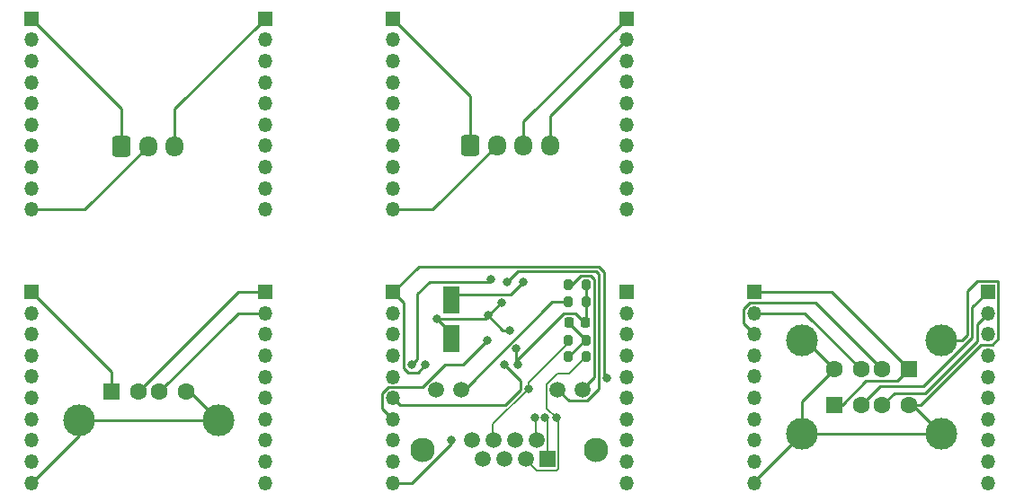
<source format=gbr>
%TF.GenerationSoftware,KiCad,Pcbnew,7.0.7*%
%TF.CreationDate,2023-10-06T18:16:36-06:00*%
%TF.ProjectId,Modular_Interfaces,4d6f6475-6c61-4725-9f49-6e7465726661,rev?*%
%TF.SameCoordinates,Original*%
%TF.FileFunction,Copper,L1,Top*%
%TF.FilePolarity,Positive*%
%FSLAX46Y46*%
G04 Gerber Fmt 4.6, Leading zero omitted, Abs format (unit mm)*
G04 Created by KiCad (PCBNEW 7.0.7) date 2023-10-06 18:16:36*
%MOMM*%
%LPD*%
G01*
G04 APERTURE LIST*
G04 Aperture macros list*
%AMRoundRect*
0 Rectangle with rounded corners*
0 $1 Rounding radius*
0 $2 $3 $4 $5 $6 $7 $8 $9 X,Y pos of 4 corners*
0 Add a 4 corners polygon primitive as box body*
4,1,4,$2,$3,$4,$5,$6,$7,$8,$9,$2,$3,0*
0 Add four circle primitives for the rounded corners*
1,1,$1+$1,$2,$3*
1,1,$1+$1,$4,$5*
1,1,$1+$1,$6,$7*
1,1,$1+$1,$8,$9*
0 Add four rect primitives between the rounded corners*
20,1,$1+$1,$2,$3,$4,$5,0*
20,1,$1+$1,$4,$5,$6,$7,0*
20,1,$1+$1,$6,$7,$8,$9,0*
20,1,$1+$1,$8,$9,$2,$3,0*%
G04 Aperture macros list end*
%TA.AperFunction,ComponentPad*%
%ADD10R,1.350000X1.350000*%
%TD*%
%TA.AperFunction,ComponentPad*%
%ADD11O,1.350000X1.350000*%
%TD*%
%TA.AperFunction,ComponentPad*%
%ADD12RoundRect,0.250000X-0.600000X-0.725000X0.600000X-0.725000X0.600000X0.725000X-0.600000X0.725000X0*%
%TD*%
%TA.AperFunction,ComponentPad*%
%ADD13O,1.700000X1.950000*%
%TD*%
%TA.AperFunction,SMDPad,CuDef*%
%ADD14RoundRect,0.200000X-0.200000X-0.275000X0.200000X-0.275000X0.200000X0.275000X-0.200000X0.275000X0*%
%TD*%
%TA.AperFunction,SMDPad,CuDef*%
%ADD15RoundRect,0.250000X-0.550000X1.050000X-0.550000X-1.050000X0.550000X-1.050000X0.550000X1.050000X0*%
%TD*%
%TA.AperFunction,ComponentPad*%
%ADD16R,1.600000X1.600000*%
%TD*%
%TA.AperFunction,ComponentPad*%
%ADD17C,1.600000*%
%TD*%
%TA.AperFunction,ComponentPad*%
%ADD18C,3.000000*%
%TD*%
%TA.AperFunction,ComponentPad*%
%ADD19R,1.500000X1.500000*%
%TD*%
%TA.AperFunction,ComponentPad*%
%ADD20C,1.500000*%
%TD*%
%TA.AperFunction,ComponentPad*%
%ADD21C,2.300000*%
%TD*%
%TA.AperFunction,SMDPad,CuDef*%
%ADD22RoundRect,0.225000X-0.225000X-0.250000X0.225000X-0.250000X0.225000X0.250000X-0.225000X0.250000X0*%
%TD*%
%TA.AperFunction,ViaPad*%
%ADD23C,0.800000*%
%TD*%
%TA.AperFunction,Conductor*%
%ADD24C,0.250000*%
%TD*%
%TA.AperFunction,Conductor*%
%ADD25C,0.200000*%
%TD*%
G04 APERTURE END LIST*
D10*
%TO.P,J16,1,Pin_1*%
%TO.N,Net-(J14-Pin_3)*%
X124800000Y-33420000D03*
D11*
%TO.P,J16,2,Pin_2*%
%TO.N,Net-(J14-Pin_4)*%
X124800000Y-35420000D03*
%TO.P,J16,3,Pin_3*%
%TO.N,unconnected-(J16-Pin_3-Pad3)*%
X124800000Y-37420000D03*
%TO.P,J16,4,Pin_4*%
%TO.N,unconnected-(J16-Pin_4-Pad4)*%
X124800000Y-39420000D03*
%TO.P,J16,5,Pin_5*%
%TO.N,unconnected-(J16-Pin_5-Pad5)*%
X124800000Y-41420000D03*
%TO.P,J16,6,Pin_6*%
%TO.N,unconnected-(J16-Pin_6-Pad6)*%
X124800000Y-43420000D03*
%TO.P,J16,7,Pin_7*%
%TO.N,unconnected-(J16-Pin_7-Pad7)*%
X124800000Y-45420000D03*
%TO.P,J16,8,Pin_8*%
%TO.N,unconnected-(J16-Pin_8-Pad8)*%
X124800000Y-47420000D03*
%TO.P,J16,9,Pin_9*%
%TO.N,unconnected-(J16-Pin_9-Pad9)*%
X124800000Y-49420000D03*
%TO.P,J16,10,Pin_10*%
%TO.N,unconnected-(J16-Pin_10-Pad10)*%
X124800000Y-51420000D03*
%TD*%
D10*
%TO.P,J15,1,Pin_1*%
%TO.N,Net-(J14-Pin_1)*%
X102830000Y-33430000D03*
D11*
%TO.P,J15,2,Pin_2*%
%TO.N,unconnected-(J15-Pin_2-Pad2)*%
X102830000Y-35430000D03*
%TO.P,J15,3,Pin_3*%
%TO.N,unconnected-(J15-Pin_3-Pad3)*%
X102830000Y-37430000D03*
%TO.P,J15,4,Pin_4*%
%TO.N,unconnected-(J15-Pin_4-Pad4)*%
X102830000Y-39430000D03*
%TO.P,J15,5,Pin_5*%
%TO.N,unconnected-(J15-Pin_5-Pad5)*%
X102830000Y-41430000D03*
%TO.P,J15,6,Pin_6*%
%TO.N,unconnected-(J15-Pin_6-Pad6)*%
X102830000Y-43430000D03*
%TO.P,J15,7,Pin_7*%
%TO.N,unconnected-(J15-Pin_7-Pad7)*%
X102830000Y-45430000D03*
%TO.P,J15,8,Pin_8*%
%TO.N,unconnected-(J15-Pin_8-Pad8)*%
X102830000Y-47430000D03*
%TO.P,J15,9,Pin_9*%
%TO.N,unconnected-(J15-Pin_9-Pad9)*%
X102830000Y-49430000D03*
%TO.P,J15,10,Pin_10*%
%TO.N,Net-(J14-Pin_2)*%
X102830000Y-51430000D03*
%TD*%
D12*
%TO.P,J14,1,Pin_1*%
%TO.N,Net-(J14-Pin_1)*%
X110100000Y-45390000D03*
D13*
%TO.P,J14,2,Pin_2*%
%TO.N,Net-(J14-Pin_2)*%
X112600000Y-45390000D03*
%TO.P,J14,3,Pin_3*%
%TO.N,Net-(J14-Pin_3)*%
X115100000Y-45390000D03*
%TO.P,J14,4,Pin_4*%
%TO.N,Net-(J14-Pin_4)*%
X117600000Y-45390000D03*
%TD*%
D10*
%TO.P,J6,1,Pin_1*%
%TO.N,Net-(J4-D-)*%
X90760000Y-59200000D03*
D11*
%TO.P,J6,2,Pin_2*%
%TO.N,Net-(J4-D+)*%
X90760000Y-61200000D03*
%TO.P,J6,3,Pin_3*%
%TO.N,unconnected-(J6-Pin_3-Pad3)*%
X90760000Y-63200000D03*
%TO.P,J6,4,Pin_4*%
%TO.N,unconnected-(J6-Pin_4-Pad4)*%
X90760000Y-65200000D03*
%TO.P,J6,5,Pin_5*%
%TO.N,unconnected-(J6-Pin_5-Pad5)*%
X90760000Y-67200000D03*
%TO.P,J6,6,Pin_6*%
%TO.N,unconnected-(J6-Pin_6-Pad6)*%
X90760000Y-69200000D03*
%TO.P,J6,7,Pin_7*%
%TO.N,unconnected-(J6-Pin_7-Pad7)*%
X90760000Y-71200000D03*
%TO.P,J6,8,Pin_8*%
%TO.N,unconnected-(J6-Pin_8-Pad8)*%
X90760000Y-73200000D03*
%TO.P,J6,9,Pin_9*%
%TO.N,unconnected-(J6-Pin_9-Pad9)*%
X90760000Y-75200000D03*
%TO.P,J6,10,Pin_10*%
%TO.N,unconnected-(J6-Pin_10-Pad10)*%
X90760000Y-77200000D03*
%TD*%
D10*
%TO.P,J10,1,Pin_1*%
%TO.N,Net-(J10-Pin_1)*%
X158826493Y-59198801D03*
D11*
%TO.P,J10,2,Pin_2*%
%TO.N,Net-(J10-Pin_2)*%
X158826493Y-61198801D03*
%TO.P,J10,3,Pin_3*%
%TO.N,unconnected-(J10-Pin_3-Pad3)*%
X158826493Y-63198801D03*
%TO.P,J10,4,Pin_4*%
%TO.N,unconnected-(J10-Pin_4-Pad4)*%
X158826493Y-65198801D03*
%TO.P,J10,5,Pin_5*%
%TO.N,unconnected-(J10-Pin_5-Pad5)*%
X158826493Y-67198801D03*
%TO.P,J10,6,Pin_6*%
%TO.N,unconnected-(J10-Pin_6-Pad6)*%
X158826493Y-69198801D03*
%TO.P,J10,7,Pin_7*%
%TO.N,unconnected-(J10-Pin_7-Pad7)*%
X158826493Y-71198801D03*
%TO.P,J10,8,Pin_8*%
%TO.N,unconnected-(J10-Pin_8-Pad8)*%
X158826493Y-73198801D03*
%TO.P,J10,9,Pin_9*%
%TO.N,unconnected-(J10-Pin_9-Pad9)*%
X158826493Y-75198801D03*
%TO.P,J10,10,Pin_10*%
%TO.N,unconnected-(J10-Pin_10-Pad10)*%
X158826493Y-77198801D03*
%TD*%
D10*
%TO.P,J5,1,Pin_1*%
%TO.N,Net-(J4-VBUS)*%
X68780000Y-59190000D03*
D11*
%TO.P,J5,2,Pin_2*%
%TO.N,unconnected-(J5-Pin_2-Pad2)*%
X68780000Y-61190000D03*
%TO.P,J5,3,Pin_3*%
%TO.N,unconnected-(J5-Pin_3-Pad3)*%
X68780000Y-63190000D03*
%TO.P,J5,4,Pin_4*%
%TO.N,unconnected-(J5-Pin_4-Pad4)*%
X68780000Y-65190000D03*
%TO.P,J5,5,Pin_5*%
%TO.N,unconnected-(J5-Pin_5-Pad5)*%
X68780000Y-67190000D03*
%TO.P,J5,6,Pin_6*%
%TO.N,unconnected-(J5-Pin_6-Pad6)*%
X68780000Y-69190000D03*
%TO.P,J5,7,Pin_7*%
%TO.N,unconnected-(J5-Pin_7-Pad7)*%
X68780000Y-71190000D03*
%TO.P,J5,8,Pin_8*%
%TO.N,unconnected-(J5-Pin_8-Pad8)*%
X68780000Y-73190000D03*
%TO.P,J5,9,Pin_9*%
%TO.N,unconnected-(J5-Pin_9-Pad9)*%
X68780000Y-75190000D03*
%TO.P,J5,10,Pin_10*%
%TO.N,Net-(J4-GND)*%
X68780000Y-77190000D03*
%TD*%
D14*
%TO.P,R8,1*%
%TO.N,Net-(C10-Pad1)*%
X119340249Y-65330000D03*
%TO.P,R8,2*%
%TO.N,/TPIN+*%
X120990249Y-65330000D03*
%TD*%
D10*
%TO.P,J2,1,Pin_1*%
%TO.N,/VCC*%
X102829285Y-59195000D03*
D11*
%TO.P,J2,2,Pin_2*%
%TO.N,unconnected-(J2-Pin_2-Pad2)*%
X102829285Y-61195000D03*
%TO.P,J2,3,Pin_3*%
%TO.N,unconnected-(J2-Pin_3-Pad3)*%
X102829285Y-63195000D03*
%TO.P,J2,4,Pin_4*%
%TO.N,unconnected-(J2-Pin_4-Pad4)*%
X102829285Y-65195000D03*
%TO.P,J2,5,Pin_5*%
%TO.N,unconnected-(J2-Pin_5-Pad5)*%
X102829285Y-67195000D03*
%TO.P,J2,6,Pin_6*%
%TO.N,/CS*%
X102829285Y-69195000D03*
%TO.P,J2,7,Pin_7*%
%TO.N,/INT*%
X102829285Y-71195000D03*
%TO.P,J2,8,Pin_8*%
%TO.N,unconnected-(J2-Pin_8-Pad8)*%
X102829285Y-73195000D03*
%TO.P,J2,9,Pin_9*%
%TO.N,unconnected-(J2-Pin_9-Pad9)*%
X102829285Y-75195000D03*
%TO.P,J2,10,Pin_10*%
%TO.N,/GND*%
X102829285Y-77195000D03*
%TD*%
D15*
%TO.P,C1,1*%
%TO.N,Net-(U1-VCAP)*%
X108310249Y-59970000D03*
%TO.P,C1,2*%
%TO.N,/GND*%
X108310249Y-63570000D03*
%TD*%
D14*
%TO.P,R6,1*%
%TO.N,Net-(J1-Pad11)*%
X119350249Y-60100000D03*
%TO.P,R6,2*%
%TO.N,/GND*%
X121000249Y-60100000D03*
%TD*%
D10*
%TO.P,J9,1,Pin_1*%
%TO.N,Net-(J7-VBUS)*%
X136846493Y-59188801D03*
D11*
%TO.P,J9,2,Pin_2*%
%TO.N,Net-(J7-D+)*%
X136846493Y-61188801D03*
%TO.P,J9,3,Pin_3*%
%TO.N,Net-(J7-D-)*%
X136846493Y-63188801D03*
%TO.P,J9,4,Pin_4*%
%TO.N,unconnected-(J9-Pin_4-Pad4)*%
X136846493Y-65188801D03*
%TO.P,J9,5,Pin_5*%
%TO.N,unconnected-(J9-Pin_5-Pad5)*%
X136846493Y-67188801D03*
%TO.P,J9,6,Pin_6*%
%TO.N,unconnected-(J9-Pin_6-Pad6)*%
X136846493Y-69188801D03*
%TO.P,J9,7,Pin_7*%
%TO.N,unconnected-(J9-Pin_7-Pad7)*%
X136846493Y-71188801D03*
%TO.P,J9,8,Pin_8*%
%TO.N,unconnected-(J9-Pin_8-Pad8)*%
X136846493Y-73188801D03*
%TO.P,J9,9,Pin_9*%
%TO.N,unconnected-(J9-Pin_9-Pad9)*%
X136846493Y-75188801D03*
%TO.P,J9,10,Pin_10*%
%TO.N,Net-(J7-GND)*%
X136846493Y-77188801D03*
%TD*%
D10*
%TO.P,J3,1,Pin_1*%
%TO.N,unconnected-(J3-Pin_1-Pad1)*%
X124830249Y-59200000D03*
D11*
%TO.P,J3,2,Pin_2*%
%TO.N,unconnected-(J3-Pin_2-Pad2)*%
X124830249Y-61200000D03*
%TO.P,J3,3,Pin_3*%
%TO.N,/SCK*%
X124830249Y-63200000D03*
%TO.P,J3,4,Pin_4*%
%TO.N,/MISO*%
X124830249Y-65200000D03*
%TO.P,J3,5,Pin_5*%
%TO.N,/MOSI*%
X124830249Y-67200000D03*
%TO.P,J3,6,Pin_6*%
%TO.N,unconnected-(J3-Pin_6-Pad6)*%
X124830249Y-69200000D03*
%TO.P,J3,7,Pin_7*%
%TO.N,unconnected-(J3-Pin_7-Pad7)*%
X124830249Y-71200000D03*
%TO.P,J3,8,Pin_8*%
%TO.N,unconnected-(J3-Pin_8-Pad8)*%
X124830249Y-73200000D03*
%TO.P,J3,9,Pin_9*%
%TO.N,unconnected-(J3-Pin_9-Pad9)*%
X124830249Y-75200000D03*
%TO.P,J3,10,Pin_10*%
%TO.N,unconnected-(J3-Pin_10-Pad10)*%
X124830249Y-77200000D03*
%TD*%
D16*
%TO.P,J8,1,VBUS*%
%TO.N,Net-(J7-VBUS)*%
X144406493Y-69868801D03*
D17*
%TO.P,J8,2,D-*%
%TO.N,Net-(J10-Pin_1)*%
X146906493Y-69868801D03*
%TO.P,J8,3,D+*%
%TO.N,Net-(J10-Pin_2)*%
X148906493Y-69868801D03*
%TO.P,J8,4,GND*%
%TO.N,Net-(J7-GND)*%
X151406493Y-69868801D03*
D18*
%TO.P,J8,5,Shield*%
X141336493Y-72578801D03*
X154476493Y-72578801D03*
%TD*%
D14*
%TO.P,R9,1*%
%TO.N,/TPIN-*%
X119342285Y-63750000D03*
%TO.P,R9,2*%
%TO.N,Net-(C10-Pad1)*%
X120992285Y-63750000D03*
%TD*%
D16*
%TO.P,J4,1,VBUS*%
%TO.N,Net-(J4-VBUS)*%
X76310200Y-68610800D03*
D17*
%TO.P,J4,2,D-*%
%TO.N,Net-(J4-D-)*%
X78810200Y-68610800D03*
%TO.P,J4,3,D+*%
%TO.N,Net-(J4-D+)*%
X80810200Y-68610800D03*
%TO.P,J4,4,GND*%
%TO.N,Net-(J4-GND)*%
X83310200Y-68610800D03*
D18*
%TO.P,J4,5,Shield*%
X73240200Y-71320800D03*
X86380200Y-71320800D03*
%TD*%
D16*
%TO.P,J7,1,VBUS*%
%TO.N,Net-(J7-VBUS)*%
X151406493Y-66488001D03*
D17*
%TO.P,J7,2,D-*%
%TO.N,Net-(J7-D-)*%
X148906493Y-66488001D03*
%TO.P,J7,3,D+*%
%TO.N,Net-(J7-D+)*%
X146906493Y-66488001D03*
%TO.P,J7,4,GND*%
%TO.N,Net-(J7-GND)*%
X144406493Y-66488001D03*
D18*
%TO.P,J7,5,Shield*%
X154476493Y-63778001D03*
X141336493Y-63778001D03*
%TD*%
D12*
%TO.P,J11,1,Pin_1*%
%TO.N,Net-(J11-Pin_1)*%
X77270000Y-45470000D03*
D13*
%TO.P,J11,2,Pin_2*%
%TO.N,Net-(J11-Pin_2)*%
X79770000Y-45470000D03*
%TO.P,J11,3,Pin_3*%
%TO.N,Net-(J11-Pin_3)*%
X82270000Y-45470000D03*
%TD*%
D19*
%TO.P,J1,1*%
%TO.N,/TPOUT+*%
X117332249Y-74980000D03*
D20*
%TO.P,J1,2*%
%TO.N,/TPOUT-*%
X116316249Y-73200000D03*
%TO.P,J1,3*%
%TO.N,/TPIN+*%
X115300249Y-74980000D03*
%TO.P,J1,4*%
%TO.N,Net-(C9-Pad1)*%
X114284249Y-73200000D03*
%TO.P,J1,5*%
%TO.N,unconnected-(J1-Pad5)*%
X113268249Y-74980000D03*
%TO.P,J1,6*%
%TO.N,/TPIN-*%
X112252249Y-73200000D03*
%TO.P,J1,7*%
%TO.N,unconnected-(J1-Pad7)*%
X111236249Y-74980000D03*
%TO.P,J1,8*%
%TO.N,unconnected-(J1-Pad8)*%
X110220249Y-73200000D03*
%TO.P,J1,9*%
%TO.N,Net-(J1-Pad9)*%
X120632249Y-68380000D03*
%TO.P,J1,10*%
%TO.N,/LEDB*%
X118342249Y-68380000D03*
%TO.P,J1,11*%
%TO.N,Net-(J1-Pad11)*%
X109202249Y-68380000D03*
%TO.P,J1,12*%
%TO.N,/LEDA*%
X106912249Y-68380000D03*
D21*
%TO.P,J1,SH*%
%TO.N,N/C*%
X121902249Y-74090000D03*
X105642249Y-74090000D03*
%TD*%
D14*
%TO.P,R7,1*%
%TO.N,Net-(J1-Pad9)*%
X119350249Y-58500000D03*
%TO.P,R7,2*%
%TO.N,/GND*%
X121000249Y-58500000D03*
%TD*%
D10*
%TO.P,J13,1,Pin_1*%
%TO.N,Net-(J11-Pin_3)*%
X90780000Y-33430000D03*
D11*
%TO.P,J13,2,Pin_2*%
%TO.N,unconnected-(J13-Pin_2-Pad2)*%
X90780000Y-35430000D03*
%TO.P,J13,3,Pin_3*%
%TO.N,unconnected-(J13-Pin_3-Pad3)*%
X90780000Y-37430000D03*
%TO.P,J13,4,Pin_4*%
%TO.N,unconnected-(J13-Pin_4-Pad4)*%
X90780000Y-39430000D03*
%TO.P,J13,5,Pin_5*%
%TO.N,unconnected-(J13-Pin_5-Pad5)*%
X90780000Y-41430000D03*
%TO.P,J13,6,Pin_6*%
%TO.N,unconnected-(J13-Pin_6-Pad6)*%
X90780000Y-43430000D03*
%TO.P,J13,7,Pin_7*%
%TO.N,unconnected-(J13-Pin_7-Pad7)*%
X90780000Y-45430000D03*
%TO.P,J13,8,Pin_8*%
%TO.N,unconnected-(J13-Pin_8-Pad8)*%
X90780000Y-47430000D03*
%TO.P,J13,9,Pin_9*%
%TO.N,unconnected-(J13-Pin_9-Pad9)*%
X90780000Y-49430000D03*
%TO.P,J13,10,Pin_10*%
%TO.N,unconnected-(J13-Pin_10-Pad10)*%
X90780000Y-51430000D03*
%TD*%
D10*
%TO.P,J12,1,Pin_1*%
%TO.N,Net-(J11-Pin_1)*%
X68790000Y-33430000D03*
D11*
%TO.P,J12,2,Pin_2*%
%TO.N,unconnected-(J12-Pin_2-Pad2)*%
X68790000Y-35430000D03*
%TO.P,J12,3,Pin_3*%
%TO.N,unconnected-(J12-Pin_3-Pad3)*%
X68790000Y-37430000D03*
%TO.P,J12,4,Pin_4*%
%TO.N,unconnected-(J12-Pin_4-Pad4)*%
X68790000Y-39430000D03*
%TO.P,J12,5,Pin_5*%
%TO.N,unconnected-(J12-Pin_5-Pad5)*%
X68790000Y-41430000D03*
%TO.P,J12,6,Pin_6*%
%TO.N,unconnected-(J12-Pin_6-Pad6)*%
X68790000Y-43430000D03*
%TO.P,J12,7,Pin_7*%
%TO.N,unconnected-(J12-Pin_7-Pad7)*%
X68790000Y-45430000D03*
%TO.P,J12,8,Pin_8*%
%TO.N,unconnected-(J12-Pin_8-Pad8)*%
X68790000Y-47430000D03*
%TO.P,J12,9,Pin_9*%
%TO.N,unconnected-(J12-Pin_9-Pad9)*%
X68790000Y-49430000D03*
%TO.P,J12,10,Pin_10*%
%TO.N,Net-(J11-Pin_2)*%
X68790000Y-51430000D03*
%TD*%
D22*
%TO.P,C10,1*%
%TO.N,Net-(C10-Pad1)*%
X119414785Y-62070000D03*
%TO.P,C10,2*%
%TO.N,/GND*%
X120964785Y-62070000D03*
%TD*%
D23*
%TO.N,*%
X113577285Y-58300000D03*
X111703787Y-63762642D03*
X115554785Y-68306911D03*
X118182003Y-71070000D03*
X122939285Y-67283891D03*
X111767285Y-61430000D03*
X105887285Y-66070000D03*
X116142569Y-71070000D03*
X106917285Y-61690000D03*
X113047285Y-60170000D03*
X114617285Y-66010000D03*
X114391788Y-64560500D03*
X112057285Y-57980000D03*
X113837285Y-62810000D03*
X115067285Y-58300000D03*
X113295206Y-66010000D03*
X108297285Y-73170000D03*
X104561785Y-66070000D03*
X117157285Y-71070000D03*
%TD*%
D24*
%TO.N,Net-(J14-Pin_3)*%
X115100000Y-45395000D02*
X115100000Y-43120000D01*
%TO.N,Net-(J14-Pin_4)*%
X117600000Y-42620000D02*
X124800000Y-35420000D01*
%TO.N,Net-(J14-Pin_3)*%
X115100000Y-43120000D02*
X124800000Y-33420000D01*
%TO.N,Net-(J14-Pin_1)*%
X110100000Y-45395000D02*
X110100000Y-40700000D01*
%TO.N,Net-(J14-Pin_4)*%
X117600000Y-45395000D02*
X117600000Y-42620000D01*
%TO.N,Net-(J14-Pin_2)*%
X112600000Y-45395000D02*
X106565000Y-51430000D01*
%TO.N,Net-(J14-Pin_1)*%
X110100000Y-40700000D02*
X102830000Y-33430000D01*
%TO.N,Net-(J14-Pin_2)*%
X106565000Y-51430000D02*
X102830000Y-51430000D01*
%TO.N,/VCC*%
X105224285Y-56800000D02*
X102829285Y-59195000D01*
X103837285Y-66400000D02*
X103837285Y-60203000D01*
X122939285Y-67283891D02*
X122664785Y-67009391D01*
X122664785Y-67009391D02*
X122664785Y-57297500D01*
X105162285Y-66795000D02*
X104232285Y-66795000D01*
X105887285Y-66070000D02*
X105162285Y-66795000D01*
X122167285Y-56800000D02*
X105224285Y-56800000D01*
X122664785Y-57297500D02*
X122167285Y-56800000D01*
X103837285Y-60203000D02*
X102829285Y-59195000D01*
X104232285Y-66795000D02*
X103837285Y-66400000D01*
%TO.N,/GND*%
X120992285Y-61980000D02*
X120902285Y-62070000D01*
X114391788Y-65784503D02*
X114617285Y-66010000D01*
X113837285Y-62810000D02*
X113147285Y-62810000D01*
X120992285Y-58820000D02*
X120992285Y-60420000D01*
X108297285Y-73170000D02*
X108297285Y-73515966D01*
X120902285Y-62070000D02*
X120852958Y-62070000D01*
X104618251Y-77195000D02*
X102829285Y-77195000D01*
X113027285Y-60170000D02*
X111767285Y-61430000D01*
X111502285Y-61695000D02*
X111767285Y-61430000D01*
X118917285Y-61220000D02*
X114617285Y-65520000D01*
X120992285Y-60420000D02*
X120992285Y-61980000D01*
X108307285Y-63080000D02*
X106917285Y-61690000D01*
X120852958Y-62070000D02*
X120002958Y-61220000D01*
X108307285Y-63570000D02*
X108307285Y-63080000D01*
X113147285Y-62810000D02*
X111767285Y-61430000D01*
X114391788Y-64560500D02*
X114391788Y-65784503D01*
X114617285Y-65520000D02*
X114617285Y-66010000D01*
X113047285Y-60170000D02*
X113027285Y-60170000D01*
X106922285Y-61695000D02*
X111502285Y-61695000D01*
X120002958Y-61220000D02*
X118917285Y-61220000D01*
X106917285Y-61690000D02*
X106922285Y-61695000D01*
X108297285Y-73515966D02*
X104618251Y-77195000D01*
%TO.N,Net-(C10-Pad1)*%
X120992285Y-63750000D02*
X120922285Y-63750000D01*
X119477285Y-62070000D02*
X119477285Y-62235000D01*
X119477285Y-62235000D02*
X120992285Y-63750000D01*
X120922285Y-63750000D02*
X119342285Y-65330000D01*
%TO.N,Net-(U1-VCAP)*%
X113922285Y-59445000D02*
X108832285Y-59445000D01*
X108832285Y-59445000D02*
X108307285Y-59970000D01*
X115067285Y-58300000D02*
X113922285Y-59445000D01*
D25*
%TO.N,/TPOUT+*%
X117361285Y-74946000D02*
X117361285Y-71274000D01*
X117327285Y-74980000D02*
X117361285Y-74946000D01*
X117361285Y-71274000D02*
X117157285Y-71070000D01*
%TO.N,/TPOUT-*%
X116311285Y-73200000D02*
X116311285Y-71238716D01*
X116311285Y-71238716D02*
X116142569Y-71070000D01*
%TO.N,/TPIN+*%
X118297360Y-66935000D02*
X117287285Y-67945075D01*
X119387285Y-66935000D02*
X118297360Y-66935000D01*
X118182003Y-71070000D02*
X118377285Y-71265282D01*
X118207285Y-76030000D02*
X116345285Y-76030000D01*
X118377285Y-71265282D02*
X118377285Y-75860000D01*
X117287285Y-70175282D02*
X118182003Y-71070000D01*
X120992285Y-65330000D02*
X119387285Y-66935000D01*
X118377285Y-75860000D02*
X118207285Y-76030000D01*
X116345285Y-76030000D02*
X115295285Y-74980000D01*
X117287285Y-67945075D02*
X117287285Y-70175282D01*
%TO.N,/TPIN-*%
X115554785Y-67772500D02*
X119342285Y-63985000D01*
X115554785Y-68306911D02*
X115554785Y-67772500D01*
X112247285Y-71614411D02*
X112247285Y-73200000D01*
X115554785Y-68306911D02*
X112247285Y-71614411D01*
X119342285Y-63985000D02*
X119342285Y-63750000D01*
D24*
%TO.N,Net-(J1-Pad9)*%
X121419747Y-57700000D02*
X121764785Y-58045038D01*
X121764785Y-67242500D02*
X120627285Y-68380000D01*
X120462285Y-57700000D02*
X121419747Y-57700000D01*
X121764785Y-58045038D02*
X121764785Y-67242500D01*
X119342285Y-58820000D02*
X120462285Y-57700000D01*
%TO.N,/LEDB*%
X113577285Y-58280000D02*
X114607285Y-57250000D01*
X122214785Y-68312780D02*
X121072565Y-69455000D01*
X121980889Y-57250000D02*
X122214785Y-57483896D01*
X114607285Y-57250000D02*
X121980889Y-57250000D01*
X119412285Y-69455000D02*
X118337285Y-68380000D01*
X121072565Y-69455000D02*
X119412285Y-69455000D01*
X122214785Y-57483896D02*
X122214785Y-68312780D01*
%TO.N,Net-(J1-Pad11)*%
X117827285Y-60100000D02*
X109547285Y-68380000D01*
X109197285Y-68210000D02*
X109197285Y-68380000D01*
X109547285Y-68380000D02*
X109197285Y-68380000D01*
X119352285Y-60100000D02*
X117827285Y-60100000D01*
%TO.N,/LEDA*%
X105127285Y-59400000D02*
X106247285Y-58280000D01*
X105127285Y-65504500D02*
X105127285Y-59400000D01*
X104561785Y-66070000D02*
X105127285Y-65504500D01*
X111757285Y-58280000D02*
X112057285Y-57980000D01*
X106247285Y-58280000D02*
X111757285Y-58280000D01*
%TO.N,/CS*%
X103504285Y-69870000D02*
X102829285Y-69195000D01*
X114829785Y-68430871D02*
X113390656Y-69870000D01*
X114829785Y-67581256D02*
X114829785Y-68430871D01*
X113390656Y-69870000D02*
X103504285Y-69870000D01*
X113295206Y-66046677D02*
X114829785Y-67581256D01*
%TO.N,/INT*%
X101829285Y-68780786D02*
X101829285Y-70195000D01*
X111703787Y-63762642D02*
X109386429Y-66080000D01*
X107687005Y-66080000D02*
X105572005Y-68195000D01*
X105572005Y-68195000D02*
X102415071Y-68195000D01*
X109386429Y-66080000D02*
X107687005Y-66080000D01*
X102415071Y-68195000D02*
X101829285Y-68780786D01*
X101829285Y-70195000D02*
X102829285Y-71195000D01*
%TO.N,Net-(J4-VBUS)*%
X76310200Y-66727400D02*
X76310200Y-68610800D01*
X68773800Y-59191000D02*
X76310200Y-66727400D01*
X68773800Y-59191000D02*
X69165000Y-59191000D01*
%TO.N,Net-(J4-D-)*%
X78810200Y-68610800D02*
X88219600Y-59201400D01*
X88219600Y-59201400D02*
X90761200Y-59201400D01*
%TO.N,Net-(J4-D+)*%
X88219600Y-61201400D02*
X90761200Y-61201400D01*
X80810200Y-68610800D02*
X88219600Y-61201400D01*
%TO.N,Net-(J4-GND)*%
X68773800Y-77191000D02*
X73240200Y-72724600D01*
X73240200Y-71320800D02*
X86380200Y-71320800D01*
X73240200Y-72724600D02*
X73240200Y-71320800D01*
X83670200Y-68610800D02*
X83310200Y-68610800D01*
X86380200Y-71320800D02*
X83670200Y-68610800D01*
%TO.N,Net-(J7-VBUS)*%
X147372484Y-67613001D02*
X150281493Y-67613001D01*
X144406493Y-69868801D02*
X145116684Y-69868801D01*
X144108293Y-59189801D02*
X136840293Y-59189801D01*
X151406493Y-66488001D02*
X144108293Y-59189801D01*
X150281493Y-67613001D02*
X151406493Y-66488001D01*
X145116684Y-69868801D02*
X147372484Y-67613001D01*
%TO.N,Net-(J7-D-)*%
X135826493Y-62176001D02*
X136840293Y-63189801D01*
X142608293Y-60189801D02*
X136426079Y-60189801D01*
X148906493Y-66488001D02*
X142608293Y-60189801D01*
X136426079Y-60189801D02*
X135826493Y-60789387D01*
X135826493Y-60789387D02*
X135826493Y-62176001D01*
%TO.N,Net-(J7-D+)*%
X146906493Y-66488001D02*
X141608293Y-61189801D01*
X141608293Y-61189801D02*
X136840293Y-61189801D01*
%TO.N,Net-(J7-GND)*%
X141336493Y-72578801D02*
X154476493Y-72578801D01*
X159827693Y-58200201D02*
X157827693Y-58200201D01*
X136840293Y-77075001D02*
X136840293Y-77189801D01*
X154476493Y-72578801D02*
X151766493Y-69868801D01*
X159241907Y-64200201D02*
X159827693Y-63614415D01*
X151766493Y-69868801D02*
X151406493Y-69868801D01*
X144406493Y-66488001D02*
X141696493Y-63778001D01*
X156916493Y-63282545D02*
X156421037Y-63778001D01*
X141336493Y-69558001D02*
X144406493Y-66488001D01*
X156916493Y-59111401D02*
X156916493Y-63282545D01*
X157827693Y-58200201D02*
X156916493Y-59111401D01*
X141336493Y-72578801D02*
X136840293Y-77075001D01*
X141696493Y-63778001D02*
X141336493Y-63778001D01*
X141336493Y-72578801D02*
X141336493Y-69558001D01*
X158206463Y-64200201D02*
X159241907Y-64200201D01*
X159827693Y-63614415D02*
X159827693Y-58200201D01*
X151406493Y-69868801D02*
X152537863Y-69868801D01*
X156421037Y-63778001D02*
X154476493Y-63778001D01*
X152537863Y-69868801D02*
X158206463Y-64200201D01*
%TO.N,Net-(J10-Pin_1)*%
X157366493Y-60661401D02*
X157366493Y-63468941D01*
X158827693Y-59200201D02*
X157366493Y-60661401D01*
X152766633Y-68068801D02*
X148706493Y-68068801D01*
X157366493Y-63468941D02*
X152766633Y-68068801D01*
X148706493Y-68068801D02*
X146906493Y-69868801D01*
%TO.N,Net-(J10-Pin_2)*%
X148906493Y-69868801D02*
X150031493Y-68743801D01*
X157816493Y-62211401D02*
X158827693Y-61200201D01*
X152961493Y-68743801D02*
X157816493Y-63888801D01*
X157816493Y-63888801D02*
X157816493Y-62211401D01*
X150031493Y-68743801D02*
X152961493Y-68743801D01*
%TO.N,Net-(J11-Pin_1)*%
X77270000Y-45470000D02*
X77270000Y-41907200D01*
X77270000Y-41907200D02*
X68793800Y-33431000D01*
%TO.N,Net-(J11-Pin_2)*%
X79770000Y-45470000D02*
X73809000Y-51431000D01*
X73809000Y-51431000D02*
X68793800Y-51431000D01*
%TO.N,Net-(J11-Pin_3)*%
X82270000Y-45470000D02*
X82270000Y-41940000D01*
X82270000Y-41940000D02*
X90780000Y-33430000D01*
%TD*%
M02*

</source>
